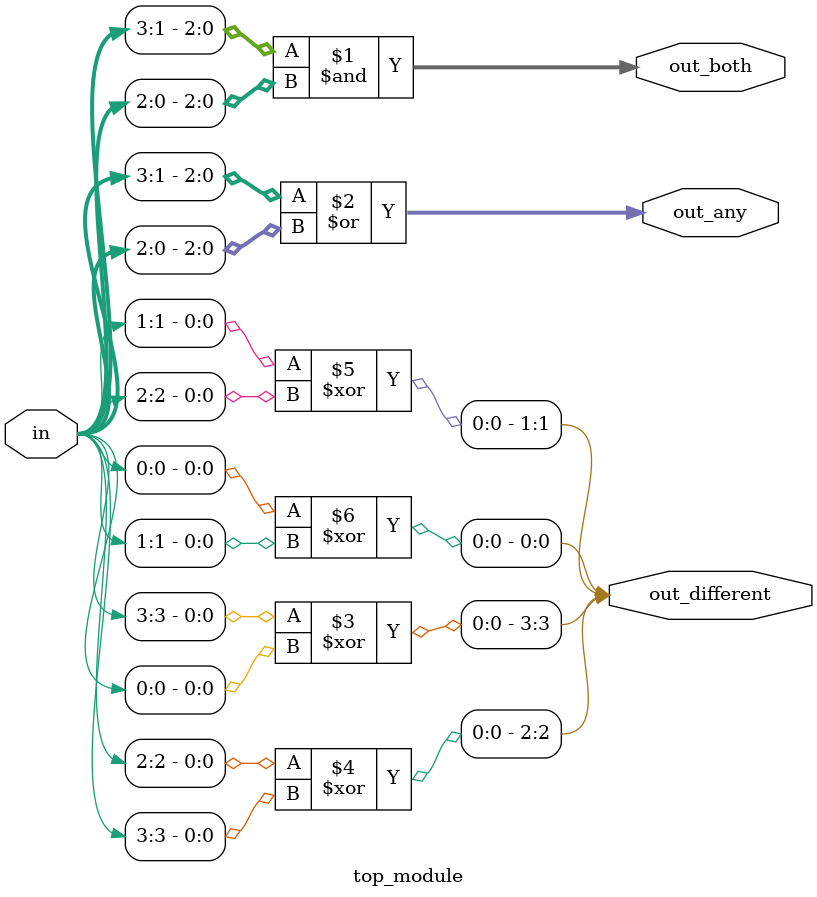
<source format=v>
module top_module( 
    input [3:0] in,
    output [2:0] out_both,
    output [3:1] out_any,
    output [3:0] out_different );
    assign out_both=in[3:1]&in[2:0];
    assign out_any=in[3:1]|in[2:0];
    assign out_different[3] = in[3] ^ in[0];// (wrap-around)
    assign out_different[2] = in[2] ^ in[3];
    assign out_different[1] = in[1] ^ in[2];
    assign out_different[0] = in[0] ^ in[1];

endmodule

</source>
